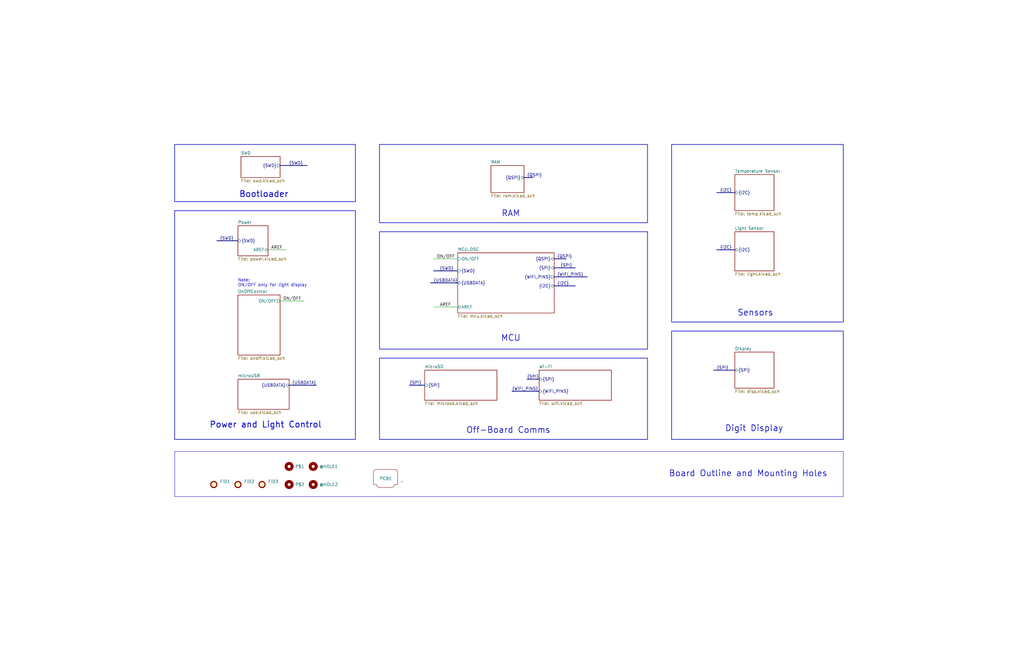
<source format=kicad_sch>
(kicad_sch (version 20231120) (generator "eeschema") (generator_version "8.0")
  (paper "B")
  (lib_symbols
    (symbol "Steves_Library:PCB_footprint"
      (property "Reference" "PCB" (at 0 0 0))
      (symbol "PCB_footprint_0_1"
        (arc (start -3.81 -2.54) (mid -3.438 -3.438) (end -2.54 -3.81))
        (arc (start -3.81 3.81) (mid -4.708 3.438) (end -5.08 2.54))
        (polyline (pts (xy -3.81 3.81) (xy 3.81 3.81)))
        (polyline (pts (xy -2.54 -3.81) (xy 2.54 -3.81)))
        (polyline (pts (xy -5.08 2.54) (xy -5.08 -2.54) (xy -3.81 -2.54)))
        (polyline (pts (xy 5.08 2.54) (xy 5.08 -2.54) (xy 3.81 -2.54)))
        (arc (start 2.54 -3.81) (mid 3.438 -3.438) (end 3.81 -2.54))
        (arc (start 5.08 2.54) (mid 4.708 3.438) (end 3.81 3.81))
        (arc (start 5.08 3.81) (mid 5.08 3.81) (end 5.08 3.81))
        (arc (start 5.08 3.81) (mid 5.08 3.81) (end 5.08 3.81))
      )
      (symbol "PCB_footprint_1_0"
        (pin no_connect line (at -2.54 0 180) (length 0) hide (name "pin") (number "1"))
      )
    )
    (symbol "symbolLibrary:Fiducial" (exclude_from_sim yes) (in_bom no)
      (property "Reference" "FID" (at 0 5.08 0))
      (property "Value" "Fiducial" (at 0 3.175 0))
      (symbol "Fiducial_0_1"
        (circle (center 0 0) (radius 1.27) (stroke (width 0.508)) (fill (type background)))
      )
    )
    (symbol "symbolLibrary:MountingHole" (pin_names (offset 1.016)) (exclude_from_sim yes) (in_bom no)
      (property "Reference" "H" (at 0 5.08 0))
      (property "Value" "MountingHole" (at 0 3.175 0))
      (symbol "MountingHole_0_1"
        (circle (center 0 0) (radius 1.27) (stroke (width 1.27)))
      )
    )
  )
  (bus_alias "I2C" (members "SCL" "SDA"))
  (bus_alias "QSPI" (members "SCK" "DATA0" "DATA1" "DATA2" "DATA3" "CS"))
  (bus_alias "SPI" (members "SCLK" "MOSI" "MISO" "CS1" "CS2" "CS3"))
  (bus_alias "USBDATA" (members "D+" "D-"))
  (bus (pts (xy 181.61 119.38) (xy 193.04 119.38)))
  (bus (pts (xy 302.26 105.41) (xy 309.88 105.41)))
  (wire (pts (xy 128.27 127) (xy 118.11 127)))
  (bus (pts (xy 233.68 120.65) (xy 242.57 120.65)))
  (bus (pts (xy 118.11 69.85) (xy 129.54 69.85)))
  (bus (pts (xy 309.88 81.28) (xy 302.26 81.28)))
  (bus (pts (xy 224.79 74.93) (xy 220.98 74.93)))
  (bus (pts (xy 215.9 165.1) (xy 227.33 165.1)))
  (wire (pts (xy 182.88 129.54) (xy 193.04 129.54)))
  (bus (pts (xy 91.44 101.6) (xy 100.33 101.6)))
  (bus (pts (xy 233.68 116.84) (xy 247.65 116.84)))
  (bus (pts (xy 300.99 156.21) (xy 309.88 156.21)))
  (bus (pts (xy 182.88 114.3) (xy 193.04 114.3)))
  (bus (pts (xy 121.92 162.56) (xy 133.35 162.56)))
  (wire (pts (xy 113.03 105.41) (xy 120.65 105.41)))
  (bus (pts (xy 238.76 109.22) (xy 233.68 109.22)))
  (bus (pts (xy 172.72 162.56) (xy 179.07 162.56)))
  (bus (pts (xy 222.25 160.02) (xy 227.33 160.02)))
  (bus (pts (xy 242.57 113.03) (xy 233.68 113.03)))
  (wire (pts (xy 182.88 109.22) (xy 193.04 109.22)))
  (rectangle (start 73.66 60.96) (end 149.86 85.09) (stroke (width 0.254)))
  (rectangle (start 160.02 60.96) (end 273.05 93.98) (stroke (width 0.254)))
  (rectangle (start 73.66 190.5) (end 355.6 209.55))
  (rectangle (start 160.02 97.79) (end 273.05 147.32) (stroke (width 0.254)))
  (rectangle (start 160.02 151.13) (end 273.05 185.42) (stroke (width 0.254)))
  (rectangle (start 283.21 60.96) (end 355.6 135.89) (stroke (width 0.254)))
  (rectangle (start 73.66 88.9) (end 149.86 185.42) (stroke (width 0.254)))
  (rectangle (start 283.21 139.7) (end 355.6 185.42) (stroke (width 0.254)))
  (text "Sensors" (at 318.516 132.08 0) (effects (font (size 2.54 2.54) (thickness 0.254) (bold yes))))
  (text "Bootloader" (at 111.252 82.042 0) (effects (font (size 2.54 2.54) (thickness 0.3175))))
  (text "Note:\nON/OFF only for light display" (at 100.33 119.38 0) (effects (font (size 1.27 1.27)) (justify left)))
  (text "RAM" (at 215.392 90.17 0) (effects (font (size 2.54 2.54) (thickness 0.254) (bold yes))))
  (text "MCU" (at 215.392 142.748 0) (effects (font (size 2.54 2.54) (thickness 0.254) (bold yes))))
  (text "Board Outline and Mounting Holes" (at 315.468 199.898 0) (effects (font (size 2.54 2.54) (thickness 0.254) (bold yes))))
  (text "Digit Display" (at 318.008 180.848 0) (effects (font (size 2.54 2.54) (thickness 0.254) (bold yes))))
  (text "Power and Light Control" (at 112.014 179.324 0) (effects (font (size 2.54 2.54) (thickness 0.3175))))
  (text "Off-Board Comms" (at 214.376 181.61 0) (effects (font (size 2.54 2.54) (thickness 0.254) (bold yes))))
  (label "ON{slash}OFF" (at 184.15 109.22 0))
  (label "{SPI}" (at 172.72 162.56 0))
  (label "{USBDATA}" (at 123.19 162.56 0))
  (label "{I2C}" (at 308.61 105.41 180))
  (label "{SWD}" (at 121.92 69.85 0))
  (label "{WIFI_PINS}" (at 215.9 165.1 0))
  (label "ON{slash}OFF" (at 119.38 127 0))
  (label "{WIFI_PINS}" (at 234.95 116.84 0))
  (label "{QSPI}" (at 222.25 74.93 0))
  (label "AREF" (at 114.3 105.41 0))
  (label "{USBDATA}" (at 182.88 119.38 0))
  (label "{SWD}" (at 92.71 101.6 0))
  (label "{SPI}" (at 302.26 156.21 0))
  (label "{QSPI}" (at 234.95 109.22 0))
  (label "{SPI}" (at 241.3 113.03 180))
  (label "AREF" (at 185.42 129.54 0))
  (label "{I2C}" (at 308.61 81.28 180))
  (label "{I2C}" (at 234.95 120.65 0))
  (label "{SPI}" (at 222.25 160.02 0))
  (label "{SWD}" (at 185.42 114.3 0))
  (symbol (lib_id "symbolLibrary:Fiducial") (at 110.49 204.47 0) (unit 1) (exclude_from_sim yes) (in_bom no)
    (property "Reference" "FID3" (at 113.03 203.1999 0) (effects (justify left)))
    (property "Value" "Fiducial" (effects (hide yes)))
    (property "Footprint" "Fiducial:Fiducial_1mm_Mask2mm" (effects (hide yes)))
    (property "Description" "Fiducial Marker" (effects (hide yes)))
  )
  (symbol (lib_id "Steves_Library:PCB_footprint") (at 162.56 201.93 0) (unit 1) (in_bom no)
    (property "Reference" "PCB1" (at 160.02 201.93 0) (effects (justify left)))
    (property "Value" "~" (at 168.91 203.1999 0) (effects (justify left)))
    (property "Footprint" "Library:Board_Outline" (effects (hide yes)))
    (property "Supplier_1 P/N" "-- mixed values --" (effects (hide yes)))
    (property "Supplier_1 Unit Price" "-- mixed values --" (effects (hide yes)))
    (property "Supplier_1 Price @ Qty" "-- mixed values --" (effects (hide yes)))
  )
  (symbol (lib_id "symbolLibrary:MountingHole") (at 121.92 204.47 0) (unit 1) (exclude_from_sim yes) (in_bom no)
    (property "Reference" "P$2" (at 124.46 204.4699 0) (effects (justify left)))
    (property "Value" "MountingHole" (effects (hide yes)))
    (property "Footprint" "Library:MOUNTINGHOLE_2.5_PLATED" (effects (hide yes)))
    (property "Description" "Mounting Hole without connection" (effects (hide yes)))
  )
  (symbol (lib_id "symbolLibrary:MountingHole") (at 132.08 196.85 0) (unit 1) (exclude_from_sim yes) (in_bom no)
    (property "Reference" "@HOLE1" (at 134.62 196.8499 0) (effects (justify left)))
    (property "Value" "MountingHole" (effects (hide yes)))
    (property "Footprint" "Library:MountingHole_2.5mm" (effects (hide yes)))
    (property "Description" "Mounting Hole without connection" (effects (hide yes)))
  )
  (symbol (lib_id "symbolLibrary:MountingHole") (at 132.08 204.47 0) (unit 1) (exclude_from_sim yes) (in_bom no)
    (property "Reference" "@HOLE2" (at 134.62 204.4699 0) (effects (justify left)))
    (property "Value" "MountingHole" (effects (hide yes)))
    (property "Footprint" "Library:MountingHole_2.5mm" (effects (hide yes)))
    (property "Description" "Mounting Hole without connection" (effects (hide yes)))
  )
  (symbol (lib_id "symbolLibrary:Fiducial") (at 90.17 204.47 0) (unit 1) (exclude_from_sim yes) (in_bom no)
    (property "Reference" "FID1" (at 92.71 203.1999 0) (effects (justify left)))
    (property "Value" "Fiducial" (effects (hide yes)))
    (property "Footprint" "Fiducial:Fiducial_1mm_Mask2mm" (effects (hide yes)))
    (property "Description" "Fiducial Marker" (effects (hide yes)))
  )
  (symbol (lib_id "symbolLibrary:Fiducial") (at 100.33 204.47 0) (unit 1) (exclude_from_sim yes) (in_bom no)
    (property "Reference" "FID2" (at 102.87 203.1999 0) (effects (justify left)))
    (property "Value" "Fiducial" (effects (hide yes)))
    (property "Footprint" "Fiducial:Fiducial_1mm_Mask2mm" (effects (hide yes)))
    (property "Description" "Fiducial Marker" (effects (hide yes)))
  )
  (symbol (lib_id "symbolLibrary:MountingHole") (at 121.92 196.85 0) (unit 1) (exclude_from_sim yes) (in_bom no)
    (property "Reference" "P$1" (at 124.46 196.8499 0) (effects (justify left)))
    (property "Value" "MountingHole" (effects (hide yes)))
    (property "Footprint" "Library:MOUNTINGHOLE_2.5_PLATED" (effects (hide yes)))
    (property "Description" "Mounting Hole without connection" (effects (hide yes)))
  )
  (sheet (at 100.33 124.46) (size 17.78 25.4) (stroke (width 0.1524))
    (property "Sheetname" "OnOffControl" (at 100.33 123.7484 0) (effects (justify left bottom)))
    (property "Sheetfile" "onoff.kicad_sch" (at 100.33 150.4446 0) (effects (justify left top)))
    (pin "ON{slash}OFF" output (at 118.11 127 0))
  )
  (sheet (at 309.88 97.79) (size 16.51 16.51) (stroke (width 0.1524))
    (property "Sheetname" "Light Sensor" (at 309.88 97.0784 0) (effects (justify left bottom)))
    (property "Sheetfile" "light.kicad_sch" (at 309.88 114.8846 0) (effects (justify left top)))
    (pin "{I2C}" bidirectional (at 309.88 105.41 180))
  )
  (sheet (at 227.33 156.21) (size 30.48 12.7) (stroke (width 0.1524))
    (property "Sheetname" "Wi-Fi" (at 227.33 155.4984 0) (effects (justify left bottom)))
    (property "Sheetfile" "wifi.kicad_sch" (at 227.33 169.4946 0) (effects (justify left top)))
    (pin "{SPI}" bidirectional (at 227.33 160.02 180))
    (pin "{WIFI_PINS}" input (at 227.33 165.1 180))
  )
  (sheet (at 193.04 106.68) (size 40.64 25.4) (stroke (width 0.1524))
    (property "Sheetname" "MCU_OSC" (at 193.04 105.9684 0) (effects (justify left bottom)))
    (property "Sheetfile" "mcu.kicad_sch" (at 193.04 132.6646 0) (effects (justify left top)))
    (pin "{QSPI}" bidirectional (at 233.68 109.22 0))
    (pin "{SPI}" bidirectional (at 233.68 113.03 0))
    (pin "{WIFI_PINS}" output (at 233.68 116.84 0))
    (pin "{I2C}" bidirectional (at 233.68 120.65 0))
    (pin "ON{slash}OFF" input (at 193.04 109.22 180))
    (pin "{USBDATA}" bidirectional (at 193.04 119.38 180))
    (pin "{SWD}" input (at 193.04 114.3 180))
    (pin "AREF" bidirectional (at 193.04 129.54 180))
  )
  (sheet (at 309.88 73.66) (size 16.51 15.24) (stroke (width 0.1524))
    (property "Sheetname" "Temperature Sensor" (at 309.88 72.9484 0) (effects (justify left bottom)))
    (property "Sheetfile" "temp.kicad_sch" (at 309.88 89.4846 0) (effects (justify left top)))
    (pin "{I2C}" bidirectional (at 309.88 81.28 180))
  )
  (sheet (at 100.33 160.02) (size 21.59 12.7) (stroke (width 0.1524))
    (property "Sheetname" "microUSB" (at 100.33 159.3084 0) (effects (justify left bottom)))
    (property "Sheetfile" "usb.kicad_sch" (at 100.33 173.3046 0) (effects (justify left top)))
    (pin "{USBDATA}" bidirectional (at 121.92 162.56 0))
  )
  (sheet (at 207.01 69.85) (size 13.97 11.43) (stroke (width 0.1524))
    (property "Sheetname" "RAM" (at 207.01 69.1384 0) (effects (justify left bottom)))
    (property "Sheetfile" "ram.kicad_sch" (at 207.01 81.8646 0) (effects (justify left top)))
    (pin "{QSPI}" bidirectional (at 220.98 74.93 0))
  )
  (sheet (at 309.88 148.59) (size 16.51 15.24) (stroke (width 0.1524))
    (property "Sheetname" "Display" (at 309.88 147.8784 0) (effects (justify left bottom)))
    (property "Sheetfile" "disp.kicad_sch" (at 309.88 164.4146 0) (effects (justify left top)))
    (pin "{SPI}" bidirectional (at 309.88 156.21 180))
  )
  (sheet (at 100.33 95.25) (size 12.7 12.7) (stroke (width 0.1524))
    (property "Sheetname" "Power" (at 100.33 94.5384 0) (effects (justify left bottom)))
    (property "Sheetfile" "power.kicad_sch" (at 100.33 108.5346 0) (effects (justify left top)))
    (pin "{SWD}" input (at 100.33 101.6 180))
    (pin "AREF" bidirectional (at 113.03 105.41 0))
  )
  (sheet (at 101.6 66.04) (size 16.51 8.89) (stroke (width 0.1524))
    (property "Sheetname" "SWD" (at 101.6 65.3284 0) (effects (justify left bottom)))
    (property "Sheetfile" "swd.kicad_sch" (at 101.6 75.5146 0) (effects (justify left top)))
    (pin "{SWD}" output (at 118.11 69.85 0))
  )
  (sheet (at 179.07 156.21) (size 30.48 12.7) (stroke (width 0.1524))
    (property "Sheetname" "microSD" (at 179.07 155.4984 0) (effects (justify left bottom)))
    (property "Sheetfile" "microsd.kicad_sch" (at 179.07 169.4946 0) (effects (justify left top)))
    (pin "{SPI}" input (at 179.07 162.56 180))
  )
)
</source>
